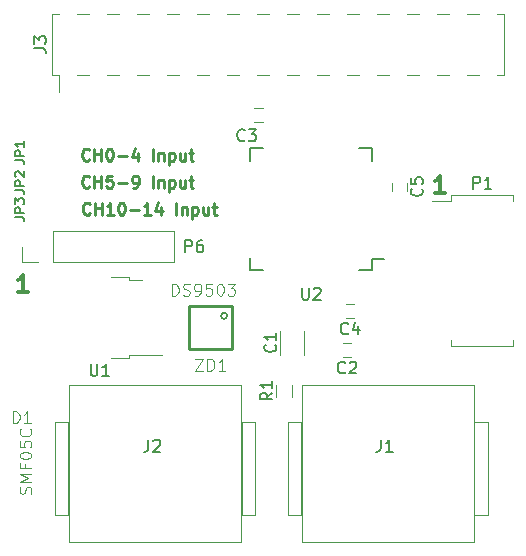
<source format=gto>
G04 #@! TF.GenerationSoftware,KiCad,Pcbnew,(5.0.1)-3*
G04 #@! TF.CreationDate,2018-11-04T16:08:14+11:00*
G04 #@! TF.ProjectId,15_Channel_SSR_Driver,31355F4368616E6E656C5F5353525F44,1.1*
G04 #@! TF.SameCoordinates,PX7c25018PY69db1f0*
G04 #@! TF.FileFunction,Legend,Top*
G04 #@! TF.FilePolarity,Positive*
%FSLAX46Y46*%
G04 Gerber Fmt 4.6, Leading zero omitted, Abs format (unit mm)*
G04 Created by KiCad (PCBNEW (5.0.1)-3) date 4/11/2018 4:08:14 PM*
%MOMM*%
%LPD*%
G01*
G04 APERTURE LIST*
%ADD10C,0.300000*%
%ADD11C,0.250000*%
%ADD12C,0.254000*%
%ADD13C,0.152400*%
%ADD14C,0.120000*%
%ADD15C,0.100000*%
%ADD16C,0.150000*%
%ADD17C,0.050000*%
G04 APERTURE END LIST*
D10*
X1571571Y-25824571D02*
X714428Y-25824571D01*
X1143000Y-25824571D02*
X1143000Y-24324571D01*
X1000142Y-24538857D01*
X857285Y-24681714D01*
X714428Y-24753142D01*
X36877571Y-17442571D02*
X36020428Y-17442571D01*
X36449000Y-17442571D02*
X36449000Y-15942571D01*
X36306142Y-16156857D01*
X36163285Y-16299714D01*
X36020428Y-16371142D01*
D11*
X6811000Y-19153142D02*
X6763380Y-19200761D01*
X6620523Y-19248380D01*
X6525285Y-19248380D01*
X6382428Y-19200761D01*
X6287190Y-19105523D01*
X6239571Y-19010285D01*
X6191952Y-18819809D01*
X6191952Y-18676952D01*
X6239571Y-18486476D01*
X6287190Y-18391238D01*
X6382428Y-18296000D01*
X6525285Y-18248380D01*
X6620523Y-18248380D01*
X6763380Y-18296000D01*
X6811000Y-18343619D01*
X7239571Y-19248380D02*
X7239571Y-18248380D01*
X7239571Y-18724571D02*
X7811000Y-18724571D01*
X7811000Y-19248380D02*
X7811000Y-18248380D01*
X8811000Y-19248380D02*
X8239571Y-19248380D01*
X8525285Y-19248380D02*
X8525285Y-18248380D01*
X8430047Y-18391238D01*
X8334809Y-18486476D01*
X8239571Y-18534095D01*
X9430047Y-18248380D02*
X9525285Y-18248380D01*
X9620523Y-18296000D01*
X9668142Y-18343619D01*
X9715761Y-18438857D01*
X9763380Y-18629333D01*
X9763380Y-18867428D01*
X9715761Y-19057904D01*
X9668142Y-19153142D01*
X9620523Y-19200761D01*
X9525285Y-19248380D01*
X9430047Y-19248380D01*
X9334809Y-19200761D01*
X9287190Y-19153142D01*
X9239571Y-19057904D01*
X9191952Y-18867428D01*
X9191952Y-18629333D01*
X9239571Y-18438857D01*
X9287190Y-18343619D01*
X9334809Y-18296000D01*
X9430047Y-18248380D01*
X10191952Y-18867428D02*
X10953857Y-18867428D01*
X11953857Y-19248380D02*
X11382428Y-19248380D01*
X11668142Y-19248380D02*
X11668142Y-18248380D01*
X11572904Y-18391238D01*
X11477666Y-18486476D01*
X11382428Y-18534095D01*
X12811000Y-18581714D02*
X12811000Y-19248380D01*
X12572904Y-18200761D02*
X12334809Y-18915047D01*
X12953857Y-18915047D01*
X14096714Y-19248380D02*
X14096714Y-18248380D01*
X14572904Y-18581714D02*
X14572904Y-19248380D01*
X14572904Y-18676952D02*
X14620523Y-18629333D01*
X14715761Y-18581714D01*
X14858619Y-18581714D01*
X14953857Y-18629333D01*
X15001476Y-18724571D01*
X15001476Y-19248380D01*
X15477666Y-18581714D02*
X15477666Y-19581714D01*
X15477666Y-18629333D02*
X15572904Y-18581714D01*
X15763380Y-18581714D01*
X15858619Y-18629333D01*
X15906238Y-18676952D01*
X15953857Y-18772190D01*
X15953857Y-19057904D01*
X15906238Y-19153142D01*
X15858619Y-19200761D01*
X15763380Y-19248380D01*
X15572904Y-19248380D01*
X15477666Y-19200761D01*
X16811000Y-18581714D02*
X16811000Y-19248380D01*
X16382428Y-18581714D02*
X16382428Y-19105523D01*
X16430047Y-19200761D01*
X16525285Y-19248380D01*
X16668142Y-19248380D01*
X16763380Y-19200761D01*
X16811000Y-19153142D01*
X17144333Y-18581714D02*
X17525285Y-18581714D01*
X17287190Y-18248380D02*
X17287190Y-19105523D01*
X17334809Y-19200761D01*
X17430047Y-19248380D01*
X17525285Y-19248380D01*
X6747380Y-16867142D02*
X6699761Y-16914761D01*
X6556904Y-16962380D01*
X6461666Y-16962380D01*
X6318809Y-16914761D01*
X6223571Y-16819523D01*
X6175952Y-16724285D01*
X6128333Y-16533809D01*
X6128333Y-16390952D01*
X6175952Y-16200476D01*
X6223571Y-16105238D01*
X6318809Y-16010000D01*
X6461666Y-15962380D01*
X6556904Y-15962380D01*
X6699761Y-16010000D01*
X6747380Y-16057619D01*
X7175952Y-16962380D02*
X7175952Y-15962380D01*
X7175952Y-16438571D02*
X7747380Y-16438571D01*
X7747380Y-16962380D02*
X7747380Y-15962380D01*
X8699761Y-15962380D02*
X8223571Y-15962380D01*
X8175952Y-16438571D01*
X8223571Y-16390952D01*
X8318809Y-16343333D01*
X8556904Y-16343333D01*
X8652142Y-16390952D01*
X8699761Y-16438571D01*
X8747380Y-16533809D01*
X8747380Y-16771904D01*
X8699761Y-16867142D01*
X8652142Y-16914761D01*
X8556904Y-16962380D01*
X8318809Y-16962380D01*
X8223571Y-16914761D01*
X8175952Y-16867142D01*
X9175952Y-16581428D02*
X9937857Y-16581428D01*
X10461666Y-16962380D02*
X10652142Y-16962380D01*
X10747380Y-16914761D01*
X10795000Y-16867142D01*
X10890238Y-16724285D01*
X10937857Y-16533809D01*
X10937857Y-16152857D01*
X10890238Y-16057619D01*
X10842619Y-16010000D01*
X10747380Y-15962380D01*
X10556904Y-15962380D01*
X10461666Y-16010000D01*
X10414047Y-16057619D01*
X10366428Y-16152857D01*
X10366428Y-16390952D01*
X10414047Y-16486190D01*
X10461666Y-16533809D01*
X10556904Y-16581428D01*
X10747380Y-16581428D01*
X10842619Y-16533809D01*
X10890238Y-16486190D01*
X10937857Y-16390952D01*
X12128333Y-16962380D02*
X12128333Y-15962380D01*
X12604523Y-16295714D02*
X12604523Y-16962380D01*
X12604523Y-16390952D02*
X12652142Y-16343333D01*
X12747380Y-16295714D01*
X12890238Y-16295714D01*
X12985476Y-16343333D01*
X13033095Y-16438571D01*
X13033095Y-16962380D01*
X13509285Y-16295714D02*
X13509285Y-17295714D01*
X13509285Y-16343333D02*
X13604523Y-16295714D01*
X13795000Y-16295714D01*
X13890238Y-16343333D01*
X13937857Y-16390952D01*
X13985476Y-16486190D01*
X13985476Y-16771904D01*
X13937857Y-16867142D01*
X13890238Y-16914761D01*
X13795000Y-16962380D01*
X13604523Y-16962380D01*
X13509285Y-16914761D01*
X14842619Y-16295714D02*
X14842619Y-16962380D01*
X14414047Y-16295714D02*
X14414047Y-16819523D01*
X14461666Y-16914761D01*
X14556904Y-16962380D01*
X14699761Y-16962380D01*
X14795000Y-16914761D01*
X14842619Y-16867142D01*
X15175952Y-16295714D02*
X15556904Y-16295714D01*
X15318809Y-15962380D02*
X15318809Y-16819523D01*
X15366428Y-16914761D01*
X15461666Y-16962380D01*
X15556904Y-16962380D01*
X6747380Y-14581142D02*
X6699761Y-14628761D01*
X6556904Y-14676380D01*
X6461666Y-14676380D01*
X6318809Y-14628761D01*
X6223571Y-14533523D01*
X6175952Y-14438285D01*
X6128333Y-14247809D01*
X6128333Y-14104952D01*
X6175952Y-13914476D01*
X6223571Y-13819238D01*
X6318809Y-13724000D01*
X6461666Y-13676380D01*
X6556904Y-13676380D01*
X6699761Y-13724000D01*
X6747380Y-13771619D01*
X7175952Y-14676380D02*
X7175952Y-13676380D01*
X7175952Y-14152571D02*
X7747380Y-14152571D01*
X7747380Y-14676380D02*
X7747380Y-13676380D01*
X8414047Y-13676380D02*
X8509285Y-13676380D01*
X8604523Y-13724000D01*
X8652142Y-13771619D01*
X8699761Y-13866857D01*
X8747380Y-14057333D01*
X8747380Y-14295428D01*
X8699761Y-14485904D01*
X8652142Y-14581142D01*
X8604523Y-14628761D01*
X8509285Y-14676380D01*
X8414047Y-14676380D01*
X8318809Y-14628761D01*
X8271190Y-14581142D01*
X8223571Y-14485904D01*
X8175952Y-14295428D01*
X8175952Y-14057333D01*
X8223571Y-13866857D01*
X8271190Y-13771619D01*
X8318809Y-13724000D01*
X8414047Y-13676380D01*
X9175952Y-14295428D02*
X9937857Y-14295428D01*
X10842619Y-14009714D02*
X10842619Y-14676380D01*
X10604523Y-13628761D02*
X10366428Y-14343047D01*
X10985476Y-14343047D01*
X12128333Y-14676380D02*
X12128333Y-13676380D01*
X12604523Y-14009714D02*
X12604523Y-14676380D01*
X12604523Y-14104952D02*
X12652142Y-14057333D01*
X12747380Y-14009714D01*
X12890238Y-14009714D01*
X12985476Y-14057333D01*
X13033095Y-14152571D01*
X13033095Y-14676380D01*
X13509285Y-14009714D02*
X13509285Y-15009714D01*
X13509285Y-14057333D02*
X13604523Y-14009714D01*
X13795000Y-14009714D01*
X13890238Y-14057333D01*
X13937857Y-14104952D01*
X13985476Y-14200190D01*
X13985476Y-14485904D01*
X13937857Y-14581142D01*
X13890238Y-14628761D01*
X13795000Y-14676380D01*
X13604523Y-14676380D01*
X13509285Y-14628761D01*
X14842619Y-14009714D02*
X14842619Y-14676380D01*
X14414047Y-14009714D02*
X14414047Y-14533523D01*
X14461666Y-14628761D01*
X14556904Y-14676380D01*
X14699761Y-14676380D01*
X14795000Y-14628761D01*
X14842619Y-14581142D01*
X15175952Y-14009714D02*
X15556904Y-14009714D01*
X15318809Y-13676380D02*
X15318809Y-14533523D01*
X15366428Y-14628761D01*
X15461666Y-14676380D01*
X15556904Y-14676380D01*
D12*
G04 #@! TO.C,ZD1*
X18872200Y-30632400D02*
X15163800Y-30632400D01*
X15163800Y-30632400D02*
X15163800Y-27025600D01*
X15163800Y-27025600D02*
X18872200Y-27025600D01*
X18872200Y-27025600D02*
X18872200Y-30632400D01*
D13*
X18415000Y-27813000D02*
G75*
G03X18415000Y-27813000I-254000J0D01*
G01*
D14*
G04 #@! TO.C,J3*
X38733000Y-2226000D02*
X39753000Y-2226000D01*
X38733000Y-7426000D02*
X39753000Y-7426000D01*
X36193000Y-2226000D02*
X37213000Y-2226000D01*
X36193000Y-7426000D02*
X37213000Y-7426000D01*
X33653000Y-2226000D02*
X34673000Y-2226000D01*
X33653000Y-7426000D02*
X34673000Y-7426000D01*
X31113000Y-2226000D02*
X32133000Y-2226000D01*
X31113000Y-7426000D02*
X32133000Y-7426000D01*
X28573000Y-2226000D02*
X29593000Y-2226000D01*
X28573000Y-7426000D02*
X29593000Y-7426000D01*
X26033000Y-2226000D02*
X27053000Y-2226000D01*
X26033000Y-7426000D02*
X27053000Y-7426000D01*
X23493000Y-2226000D02*
X24513000Y-2226000D01*
X23493000Y-7426000D02*
X24513000Y-7426000D01*
X20953000Y-2226000D02*
X21973000Y-2226000D01*
X20953000Y-7426000D02*
X21973000Y-7426000D01*
X18413000Y-2226000D02*
X19433000Y-2226000D01*
X18413000Y-7426000D02*
X19433000Y-7426000D01*
X15873000Y-2226000D02*
X16893000Y-2226000D01*
X15873000Y-7426000D02*
X16893000Y-7426000D01*
X13333000Y-2226000D02*
X14353000Y-2226000D01*
X13333000Y-7426000D02*
X14353000Y-7426000D01*
X10793000Y-2226000D02*
X11813000Y-2226000D01*
X10793000Y-7426000D02*
X11813000Y-7426000D01*
X8253000Y-2226000D02*
X9273000Y-2226000D01*
X8253000Y-7426000D02*
X9273000Y-7426000D01*
X5713000Y-2226000D02*
X6733000Y-2226000D01*
X5713000Y-7426000D02*
X6733000Y-7426000D01*
X41273000Y-2226000D02*
X41843000Y-2226000D01*
X41273000Y-7426000D02*
X41843000Y-7426000D01*
X3623000Y-2226000D02*
X4193000Y-2226000D01*
X3623000Y-7426000D02*
X4193000Y-7426000D01*
X4193000Y-8866000D02*
X4193000Y-7426000D01*
X41843000Y-7426000D02*
X41843000Y-2226000D01*
X3623000Y-7426000D02*
X3623000Y-2226000D01*
G04 #@! TO.C,C2*
X28925000Y-31334000D02*
X28225000Y-31334000D01*
X28225000Y-30134000D02*
X28925000Y-30134000D01*
G04 #@! TO.C,C3*
X20732000Y-10195000D02*
X21432000Y-10195000D01*
X21432000Y-11395000D02*
X20732000Y-11395000D01*
G04 #@! TO.C,C4*
X29179000Y-28032000D02*
X28479000Y-28032000D01*
X28479000Y-26832000D02*
X29179000Y-26832000D01*
G04 #@! TO.C,C5*
X33620000Y-16541000D02*
X33620000Y-17241000D01*
X32420000Y-17241000D02*
X32420000Y-16541000D01*
D15*
G04 #@! TO.C,J1*
X39295071Y-46980479D02*
X24730625Y-46980479D01*
X24730625Y-46980479D02*
X24730625Y-33688552D01*
X24730625Y-33688552D02*
X39295071Y-33688552D01*
X39295071Y-33688552D02*
X39295071Y-46980479D01*
X40466916Y-44687525D02*
X39358186Y-44687525D01*
X39358186Y-44687525D02*
X39358186Y-36825620D01*
X39358186Y-36825620D02*
X40466916Y-36825620D01*
X40466916Y-36825620D02*
X40466916Y-44687525D01*
X24642312Y-44687302D02*
X23533582Y-44687302D01*
X23533582Y-44687302D02*
X23533582Y-36825397D01*
X23533582Y-36825397D02*
X24642312Y-36825397D01*
X24642312Y-36825397D02*
X24642312Y-44687302D01*
G04 #@! TO.C,J2*
X19610071Y-46980479D02*
X5045625Y-46980479D01*
X5045625Y-46980479D02*
X5045625Y-33688552D01*
X5045625Y-33688552D02*
X19610071Y-33688552D01*
X19610071Y-33688552D02*
X19610071Y-46980479D01*
X20781916Y-44687525D02*
X19673186Y-44687525D01*
X19673186Y-44687525D02*
X19673186Y-36825620D01*
X19673186Y-36825620D02*
X20781916Y-36825620D01*
X20781916Y-36825620D02*
X20781916Y-44687525D01*
X4957312Y-44687302D02*
X3848582Y-44687302D01*
X3848582Y-44687302D02*
X3848582Y-36825397D01*
X3848582Y-36825397D02*
X4957312Y-36825397D01*
X4957312Y-36825397D02*
X4957312Y-44687302D01*
D14*
G04 #@! TO.C,P6*
X3683000Y-23301000D02*
X13903000Y-23301000D01*
X13903000Y-23301000D02*
X13903000Y-20641000D01*
X13903000Y-20641000D02*
X3683000Y-20641000D01*
X3683000Y-20641000D02*
X3683000Y-23301000D01*
X2413000Y-23301000D02*
X1083000Y-23301000D01*
X1083000Y-23301000D02*
X1083000Y-21971000D01*
G04 #@! TO.C,R1*
X23921000Y-33663000D02*
X23921000Y-34663000D01*
X22561000Y-34663000D02*
X22561000Y-33663000D01*
D16*
G04 #@! TO.C,U2*
X30702000Y-23971000D02*
X30702000Y-22971000D01*
X20352000Y-23971000D02*
X20352000Y-22896000D01*
X20352000Y-13621000D02*
X20352000Y-14696000D01*
X30702000Y-13621000D02*
X30702000Y-14696000D01*
X30702000Y-23971000D02*
X29627000Y-23971000D01*
X30702000Y-13621000D02*
X29627000Y-13621000D01*
X20352000Y-13621000D02*
X21427000Y-13621000D01*
X20352000Y-23971000D02*
X21427000Y-23971000D01*
X30702000Y-22971000D02*
X31727000Y-22971000D01*
D14*
G04 #@! TO.C,U1*
X8590000Y-31390000D02*
X10090000Y-31390000D01*
X10090000Y-31390000D02*
X10090000Y-31120000D01*
X10090000Y-31120000D02*
X12920000Y-31120000D01*
X8590000Y-24490000D02*
X10090000Y-24490000D01*
X10090000Y-24490000D02*
X10090000Y-24760000D01*
X10090000Y-24760000D02*
X11190000Y-24760000D01*
G04 #@! TO.C,C1*
X22856000Y-29099000D02*
X22856000Y-31099000D01*
X24896000Y-31099000D02*
X24896000Y-29099000D01*
G04 #@! TO.C,P1*
X37405000Y-18123000D02*
X37405000Y-17593000D01*
X37405000Y-17593000D02*
X42605000Y-17593000D01*
X42605000Y-17593000D02*
X42605000Y-18123000D01*
X37405000Y-29883000D02*
X37405000Y-30413000D01*
X37405000Y-30413000D02*
X42605000Y-30413000D01*
X42605000Y-30413000D02*
X42605000Y-29883000D01*
X35735000Y-18123000D02*
X37405000Y-18123000D01*
G04 #@! TO.C,JP3*
D16*
X450904Y-19462666D02*
X1022333Y-19462666D01*
X1136619Y-19500761D01*
X1212809Y-19576952D01*
X1250904Y-19691238D01*
X1250904Y-19767428D01*
X1250904Y-19081714D02*
X450904Y-19081714D01*
X450904Y-18776952D01*
X489000Y-18700761D01*
X527095Y-18662666D01*
X603285Y-18624571D01*
X717571Y-18624571D01*
X793761Y-18662666D01*
X831857Y-18700761D01*
X869952Y-18776952D01*
X869952Y-19081714D01*
X450904Y-18357904D02*
X450904Y-17862666D01*
X755666Y-18129333D01*
X755666Y-18015047D01*
X793761Y-17938857D01*
X831857Y-17900761D01*
X908047Y-17862666D01*
X1098523Y-17862666D01*
X1174714Y-17900761D01*
X1212809Y-17938857D01*
X1250904Y-18015047D01*
X1250904Y-18243619D01*
X1212809Y-18319809D01*
X1174714Y-18357904D01*
G04 #@! TO.C,JP2*
X450904Y-17176666D02*
X1022333Y-17176666D01*
X1136619Y-17214761D01*
X1212809Y-17290952D01*
X1250904Y-17405238D01*
X1250904Y-17481428D01*
X1250904Y-16795714D02*
X450904Y-16795714D01*
X450904Y-16490952D01*
X489000Y-16414761D01*
X527095Y-16376666D01*
X603285Y-16338571D01*
X717571Y-16338571D01*
X793761Y-16376666D01*
X831857Y-16414761D01*
X869952Y-16490952D01*
X869952Y-16795714D01*
X527095Y-16033809D02*
X489000Y-15995714D01*
X450904Y-15919523D01*
X450904Y-15729047D01*
X489000Y-15652857D01*
X527095Y-15614761D01*
X603285Y-15576666D01*
X679476Y-15576666D01*
X793761Y-15614761D01*
X1250904Y-16071904D01*
X1250904Y-15576666D01*
G04 #@! TO.C,JP1*
X450904Y-14636666D02*
X1022333Y-14636666D01*
X1136619Y-14674761D01*
X1212809Y-14750952D01*
X1250904Y-14865238D01*
X1250904Y-14941428D01*
X1250904Y-14255714D02*
X450904Y-14255714D01*
X450904Y-13950952D01*
X489000Y-13874761D01*
X527095Y-13836666D01*
X603285Y-13798571D01*
X717571Y-13798571D01*
X793761Y-13836666D01*
X831857Y-13874761D01*
X869952Y-13950952D01*
X869952Y-14255714D01*
X1250904Y-13036666D02*
X1250904Y-13493809D01*
X1250904Y-13265238D02*
X450904Y-13265238D01*
X565190Y-13341428D01*
X641380Y-13417619D01*
X679476Y-13493809D01*
G04 #@! TO.C,D1*
D17*
X275490Y-36904720D02*
X275490Y-35903440D01*
X513890Y-35903440D01*
X656930Y-35951120D01*
X752290Y-36046480D01*
X799970Y-36141840D01*
X847650Y-36332560D01*
X847650Y-36475600D01*
X799970Y-36666320D01*
X752290Y-36761680D01*
X656930Y-36857040D01*
X513890Y-36904720D01*
X275490Y-36904720D01*
X1801250Y-36904720D02*
X1229090Y-36904720D01*
X1515170Y-36904720D02*
X1515170Y-35903440D01*
X1419810Y-36046480D01*
X1324450Y-36141840D01*
X1229090Y-36189520D01*
X1802356Y-42874120D02*
X1850045Y-42731053D01*
X1850045Y-42492607D01*
X1802356Y-42397229D01*
X1754667Y-42349540D01*
X1659289Y-42301851D01*
X1563911Y-42301851D01*
X1468533Y-42349540D01*
X1420844Y-42397229D01*
X1373155Y-42492607D01*
X1325466Y-42683364D01*
X1277777Y-42778742D01*
X1230088Y-42826431D01*
X1134710Y-42874120D01*
X1039332Y-42874120D01*
X943954Y-42826431D01*
X896265Y-42778742D01*
X848575Y-42683364D01*
X848575Y-42444918D01*
X896265Y-42301851D01*
X1850045Y-41872650D02*
X848575Y-41872650D01*
X1563911Y-41538826D01*
X848575Y-41205003D01*
X1850045Y-41205003D01*
X1325466Y-40394289D02*
X1325466Y-40728113D01*
X1850045Y-40728113D02*
X848575Y-40728113D01*
X848575Y-40251222D01*
X848575Y-39678954D02*
X848575Y-39583575D01*
X896265Y-39488197D01*
X943954Y-39440508D01*
X1039332Y-39392819D01*
X1230088Y-39345130D01*
X1468533Y-39345130D01*
X1659289Y-39392819D01*
X1754667Y-39440508D01*
X1802356Y-39488197D01*
X1850045Y-39583575D01*
X1850045Y-39678954D01*
X1802356Y-39774332D01*
X1754667Y-39822021D01*
X1659289Y-39869710D01*
X1468533Y-39917399D01*
X1230088Y-39917399D01*
X1039332Y-39869710D01*
X943954Y-39822021D01*
X896265Y-39774332D01*
X848575Y-39678954D01*
X848575Y-38439038D02*
X848575Y-38915929D01*
X1325466Y-38963618D01*
X1277777Y-38915929D01*
X1230088Y-38820551D01*
X1230088Y-38582105D01*
X1277777Y-38486727D01*
X1325466Y-38439038D01*
X1420844Y-38391349D01*
X1659289Y-38391349D01*
X1754667Y-38439038D01*
X1802356Y-38486727D01*
X1850045Y-38582105D01*
X1850045Y-38820551D01*
X1802356Y-38915929D01*
X1754667Y-38963618D01*
X1754667Y-37389879D02*
X1802356Y-37437568D01*
X1850045Y-37580635D01*
X1850045Y-37676014D01*
X1802356Y-37819081D01*
X1706978Y-37914459D01*
X1611600Y-37962148D01*
X1420844Y-38009837D01*
X1277777Y-38009837D01*
X1087021Y-37962148D01*
X991643Y-37914459D01*
X896265Y-37819081D01*
X848575Y-37676014D01*
X848575Y-37580635D01*
X896265Y-37437568D01*
X943954Y-37389879D01*
G04 #@! TO.C,ZD1*
X15708397Y-31456548D02*
X16375104Y-31456548D01*
X15708397Y-32456608D01*
X16375104Y-32456608D01*
X16756079Y-32456608D02*
X16756079Y-31456548D01*
X16994189Y-31456548D01*
X17137054Y-31504170D01*
X17232298Y-31599413D01*
X17279920Y-31694657D01*
X17327542Y-31885145D01*
X17327542Y-32028010D01*
X17279920Y-32218498D01*
X17232298Y-32313742D01*
X17137054Y-32408986D01*
X16994189Y-32456608D01*
X16756079Y-32456608D01*
X18279980Y-32456608D02*
X17708517Y-32456608D01*
X17994249Y-32456608D02*
X17994249Y-31456548D01*
X17899005Y-31599413D01*
X17803761Y-31694657D01*
X17708517Y-31742279D01*
X13738491Y-26105017D02*
X13738491Y-25104517D01*
X13976705Y-25104517D01*
X14119634Y-25152160D01*
X14214920Y-25247445D01*
X14262562Y-25342731D01*
X14310205Y-25533302D01*
X14310205Y-25676231D01*
X14262562Y-25866802D01*
X14214920Y-25962088D01*
X14119634Y-26057374D01*
X13976705Y-26105017D01*
X13738491Y-26105017D01*
X14691348Y-26057374D02*
X14834277Y-26105017D01*
X15072491Y-26105017D01*
X15167777Y-26057374D01*
X15215420Y-26009731D01*
X15263062Y-25914445D01*
X15263062Y-25819160D01*
X15215420Y-25723874D01*
X15167777Y-25676231D01*
X15072491Y-25628588D01*
X14881920Y-25580945D01*
X14786634Y-25533302D01*
X14738991Y-25485660D01*
X14691348Y-25390374D01*
X14691348Y-25295088D01*
X14738991Y-25199802D01*
X14786634Y-25152160D01*
X14881920Y-25104517D01*
X15120134Y-25104517D01*
X15263062Y-25152160D01*
X15739491Y-26105017D02*
X15930062Y-26105017D01*
X16025348Y-26057374D01*
X16072991Y-26009731D01*
X16168277Y-25866802D01*
X16215920Y-25676231D01*
X16215920Y-25295088D01*
X16168277Y-25199802D01*
X16120634Y-25152160D01*
X16025348Y-25104517D01*
X15834777Y-25104517D01*
X15739491Y-25152160D01*
X15691848Y-25199802D01*
X15644205Y-25295088D01*
X15644205Y-25533302D01*
X15691848Y-25628588D01*
X15739491Y-25676231D01*
X15834777Y-25723874D01*
X16025348Y-25723874D01*
X16120634Y-25676231D01*
X16168277Y-25628588D01*
X16215920Y-25533302D01*
X17121134Y-25104517D02*
X16644705Y-25104517D01*
X16597062Y-25580945D01*
X16644705Y-25533302D01*
X16739991Y-25485660D01*
X16978205Y-25485660D01*
X17073491Y-25533302D01*
X17121134Y-25580945D01*
X17168777Y-25676231D01*
X17168777Y-25914445D01*
X17121134Y-26009731D01*
X17073491Y-26057374D01*
X16978205Y-26105017D01*
X16739991Y-26105017D01*
X16644705Y-26057374D01*
X16597062Y-26009731D01*
X17788134Y-25104517D02*
X17883420Y-25104517D01*
X17978705Y-25152160D01*
X18026348Y-25199802D01*
X18073991Y-25295088D01*
X18121634Y-25485660D01*
X18121634Y-25723874D01*
X18073991Y-25914445D01*
X18026348Y-26009731D01*
X17978705Y-26057374D01*
X17883420Y-26105017D01*
X17788134Y-26105017D01*
X17692848Y-26057374D01*
X17645205Y-26009731D01*
X17597562Y-25914445D01*
X17549920Y-25723874D01*
X17549920Y-25485660D01*
X17597562Y-25295088D01*
X17645205Y-25199802D01*
X17692848Y-25152160D01*
X17788134Y-25104517D01*
X18455134Y-25104517D02*
X19074491Y-25104517D01*
X18740991Y-25485660D01*
X18883920Y-25485660D01*
X18979205Y-25533302D01*
X19026848Y-25580945D01*
X19074491Y-25676231D01*
X19074491Y-25914445D01*
X19026848Y-26009731D01*
X18979205Y-26057374D01*
X18883920Y-26105017D01*
X18598062Y-26105017D01*
X18502777Y-26057374D01*
X18455134Y-26009731D01*
G04 #@! TO.C,J3*
D16*
X2075380Y-5159333D02*
X2789666Y-5159333D01*
X2932523Y-5206952D01*
X3027761Y-5302190D01*
X3075380Y-5445047D01*
X3075380Y-5540285D01*
X2075380Y-4778380D02*
X2075380Y-4159333D01*
X2456333Y-4492666D01*
X2456333Y-4349809D01*
X2503952Y-4254571D01*
X2551571Y-4206952D01*
X2646809Y-4159333D01*
X2884904Y-4159333D01*
X2980142Y-4206952D01*
X3027761Y-4254571D01*
X3075380Y-4349809D01*
X3075380Y-4635523D01*
X3027761Y-4730761D01*
X2980142Y-4778380D01*
G04 #@! TO.C,C2*
X28408333Y-32591142D02*
X28360714Y-32638761D01*
X28217857Y-32686380D01*
X28122619Y-32686380D01*
X27979761Y-32638761D01*
X27884523Y-32543523D01*
X27836904Y-32448285D01*
X27789285Y-32257809D01*
X27789285Y-32114952D01*
X27836904Y-31924476D01*
X27884523Y-31829238D01*
X27979761Y-31734000D01*
X28122619Y-31686380D01*
X28217857Y-31686380D01*
X28360714Y-31734000D01*
X28408333Y-31781619D01*
X28789285Y-31781619D02*
X28836904Y-31734000D01*
X28932142Y-31686380D01*
X29170238Y-31686380D01*
X29265476Y-31734000D01*
X29313095Y-31781619D01*
X29360714Y-31876857D01*
X29360714Y-31972095D01*
X29313095Y-32114952D01*
X28741666Y-32686380D01*
X29360714Y-32686380D01*
G04 #@! TO.C,C3*
X19899333Y-12930142D02*
X19851714Y-12977761D01*
X19708857Y-13025380D01*
X19613619Y-13025380D01*
X19470761Y-12977761D01*
X19375523Y-12882523D01*
X19327904Y-12787285D01*
X19280285Y-12596809D01*
X19280285Y-12453952D01*
X19327904Y-12263476D01*
X19375523Y-12168238D01*
X19470761Y-12073000D01*
X19613619Y-12025380D01*
X19708857Y-12025380D01*
X19851714Y-12073000D01*
X19899333Y-12120619D01*
X20232666Y-12025380D02*
X20851714Y-12025380D01*
X20518380Y-12406333D01*
X20661238Y-12406333D01*
X20756476Y-12453952D01*
X20804095Y-12501571D01*
X20851714Y-12596809D01*
X20851714Y-12834904D01*
X20804095Y-12930142D01*
X20756476Y-12977761D01*
X20661238Y-13025380D01*
X20375523Y-13025380D01*
X20280285Y-12977761D01*
X20232666Y-12930142D01*
G04 #@! TO.C,C4*
X28662333Y-29289142D02*
X28614714Y-29336761D01*
X28471857Y-29384380D01*
X28376619Y-29384380D01*
X28233761Y-29336761D01*
X28138523Y-29241523D01*
X28090904Y-29146285D01*
X28043285Y-28955809D01*
X28043285Y-28812952D01*
X28090904Y-28622476D01*
X28138523Y-28527238D01*
X28233761Y-28432000D01*
X28376619Y-28384380D01*
X28471857Y-28384380D01*
X28614714Y-28432000D01*
X28662333Y-28479619D01*
X29519476Y-28717714D02*
X29519476Y-29384380D01*
X29281380Y-28336761D02*
X29043285Y-29051047D01*
X29662333Y-29051047D01*
G04 #@! TO.C,C5*
X34877142Y-17057666D02*
X34924761Y-17105285D01*
X34972380Y-17248142D01*
X34972380Y-17343380D01*
X34924761Y-17486238D01*
X34829523Y-17581476D01*
X34734285Y-17629095D01*
X34543809Y-17676714D01*
X34400952Y-17676714D01*
X34210476Y-17629095D01*
X34115238Y-17581476D01*
X34020000Y-17486238D01*
X33972380Y-17343380D01*
X33972380Y-17248142D01*
X34020000Y-17105285D01*
X34067619Y-17057666D01*
X33972380Y-16152904D02*
X33972380Y-16629095D01*
X34448571Y-16676714D01*
X34400952Y-16629095D01*
X34353333Y-16533857D01*
X34353333Y-16295761D01*
X34400952Y-16200523D01*
X34448571Y-16152904D01*
X34543809Y-16105285D01*
X34781904Y-16105285D01*
X34877142Y-16152904D01*
X34924761Y-16200523D01*
X34972380Y-16295761D01*
X34972380Y-16533857D01*
X34924761Y-16629095D01*
X34877142Y-16676714D01*
G04 #@! TO.C,J1*
X31426666Y-38314380D02*
X31426666Y-39028666D01*
X31379047Y-39171523D01*
X31283809Y-39266761D01*
X31140952Y-39314380D01*
X31045714Y-39314380D01*
X32426666Y-39314380D02*
X31855238Y-39314380D01*
X32140952Y-39314380D02*
X32140952Y-38314380D01*
X32045714Y-38457238D01*
X31950476Y-38552476D01*
X31855238Y-38600095D01*
G04 #@! TO.C,J2*
X11741666Y-38314380D02*
X11741666Y-39028666D01*
X11694047Y-39171523D01*
X11598809Y-39266761D01*
X11455952Y-39314380D01*
X11360714Y-39314380D01*
X12170238Y-38409619D02*
X12217857Y-38362000D01*
X12313095Y-38314380D01*
X12551190Y-38314380D01*
X12646428Y-38362000D01*
X12694047Y-38409619D01*
X12741666Y-38504857D01*
X12741666Y-38600095D01*
X12694047Y-38742952D01*
X12122619Y-39314380D01*
X12741666Y-39314380D01*
G04 #@! TO.C,P6*
X14882904Y-22423380D02*
X14882904Y-21423380D01*
X15263857Y-21423380D01*
X15359095Y-21471000D01*
X15406714Y-21518619D01*
X15454333Y-21613857D01*
X15454333Y-21756714D01*
X15406714Y-21851952D01*
X15359095Y-21899571D01*
X15263857Y-21947190D01*
X14882904Y-21947190D01*
X16311476Y-21423380D02*
X16121000Y-21423380D01*
X16025761Y-21471000D01*
X15978142Y-21518619D01*
X15882904Y-21661476D01*
X15835285Y-21851952D01*
X15835285Y-22232904D01*
X15882904Y-22328142D01*
X15930523Y-22375761D01*
X16025761Y-22423380D01*
X16216238Y-22423380D01*
X16311476Y-22375761D01*
X16359095Y-22328142D01*
X16406714Y-22232904D01*
X16406714Y-21994809D01*
X16359095Y-21899571D01*
X16311476Y-21851952D01*
X16216238Y-21804333D01*
X16025761Y-21804333D01*
X15930523Y-21851952D01*
X15882904Y-21899571D01*
X15835285Y-21994809D01*
G04 #@! TO.C,R1*
X22243380Y-34329666D02*
X21767190Y-34663000D01*
X22243380Y-34901095D02*
X21243380Y-34901095D01*
X21243380Y-34520142D01*
X21291000Y-34424904D01*
X21338619Y-34377285D01*
X21433857Y-34329666D01*
X21576714Y-34329666D01*
X21671952Y-34377285D01*
X21719571Y-34424904D01*
X21767190Y-34520142D01*
X21767190Y-34901095D01*
X22243380Y-33377285D02*
X22243380Y-33948714D01*
X22243380Y-33663000D02*
X21243380Y-33663000D01*
X21386238Y-33758238D01*
X21481476Y-33853476D01*
X21529095Y-33948714D01*
G04 #@! TO.C,U2*
X24765095Y-25448380D02*
X24765095Y-26257904D01*
X24812714Y-26353142D01*
X24860333Y-26400761D01*
X24955571Y-26448380D01*
X25146047Y-26448380D01*
X25241285Y-26400761D01*
X25288904Y-26353142D01*
X25336523Y-26257904D01*
X25336523Y-25448380D01*
X25765095Y-25543619D02*
X25812714Y-25496000D01*
X25907952Y-25448380D01*
X26146047Y-25448380D01*
X26241285Y-25496000D01*
X26288904Y-25543619D01*
X26336523Y-25638857D01*
X26336523Y-25734095D01*
X26288904Y-25876952D01*
X25717476Y-26448380D01*
X26336523Y-26448380D01*
G04 #@! TO.C,U1*
X6858095Y-31892380D02*
X6858095Y-32701904D01*
X6905714Y-32797142D01*
X6953333Y-32844761D01*
X7048571Y-32892380D01*
X7239047Y-32892380D01*
X7334285Y-32844761D01*
X7381904Y-32797142D01*
X7429523Y-32701904D01*
X7429523Y-31892380D01*
X8429523Y-32892380D02*
X7858095Y-32892380D01*
X8143809Y-32892380D02*
X8143809Y-31892380D01*
X8048571Y-32035238D01*
X7953333Y-32130476D01*
X7858095Y-32178095D01*
G04 #@! TO.C,C1*
X22483142Y-30265666D02*
X22530761Y-30313285D01*
X22578380Y-30456142D01*
X22578380Y-30551380D01*
X22530761Y-30694238D01*
X22435523Y-30789476D01*
X22340285Y-30837095D01*
X22149809Y-30884714D01*
X22006952Y-30884714D01*
X21816476Y-30837095D01*
X21721238Y-30789476D01*
X21626000Y-30694238D01*
X21578380Y-30551380D01*
X21578380Y-30456142D01*
X21626000Y-30313285D01*
X21673619Y-30265666D01*
X22578380Y-29313285D02*
X22578380Y-29884714D01*
X22578380Y-29599000D02*
X21578380Y-29599000D01*
X21721238Y-29694238D01*
X21816476Y-29789476D01*
X21864095Y-29884714D01*
G04 #@! TO.C,P1*
X39266904Y-17045380D02*
X39266904Y-16045380D01*
X39647857Y-16045380D01*
X39743095Y-16093000D01*
X39790714Y-16140619D01*
X39838333Y-16235857D01*
X39838333Y-16378714D01*
X39790714Y-16473952D01*
X39743095Y-16521571D01*
X39647857Y-16569190D01*
X39266904Y-16569190D01*
X40790714Y-17045380D02*
X40219285Y-17045380D01*
X40505000Y-17045380D02*
X40505000Y-16045380D01*
X40409761Y-16188238D01*
X40314523Y-16283476D01*
X40219285Y-16331095D01*
G04 #@! TD*
M02*

</source>
